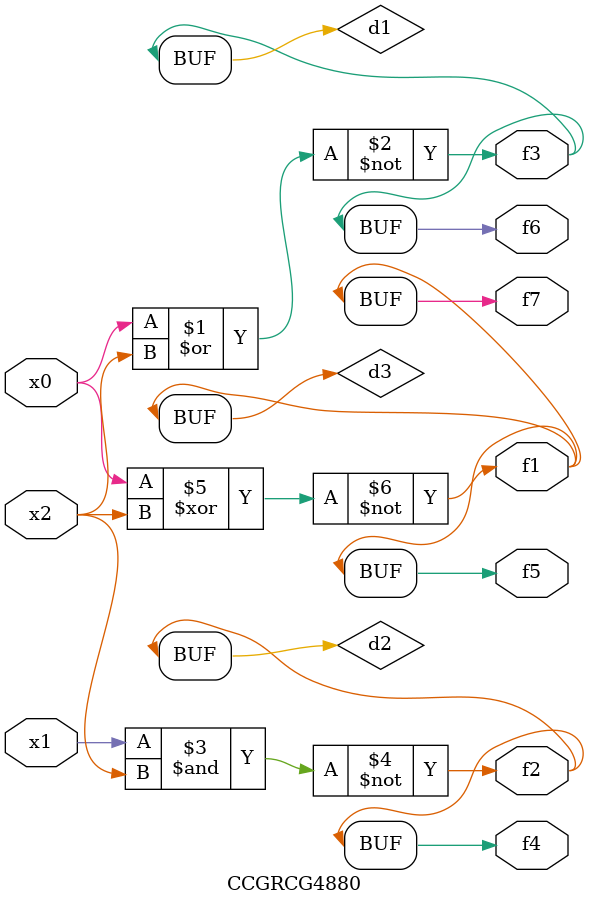
<source format=v>
module CCGRCG4880(
	input x0, x1, x2,
	output f1, f2, f3, f4, f5, f6, f7
);

	wire d1, d2, d3;

	nor (d1, x0, x2);
	nand (d2, x1, x2);
	xnor (d3, x0, x2);
	assign f1 = d3;
	assign f2 = d2;
	assign f3 = d1;
	assign f4 = d2;
	assign f5 = d3;
	assign f6 = d1;
	assign f7 = d3;
endmodule

</source>
